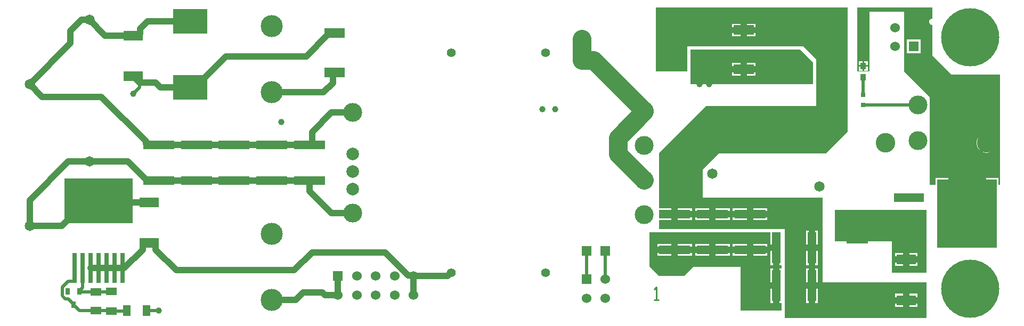
<source format=gtl>
G04*
G04 #@! TF.GenerationSoftware,Altium Limited,Altium Designer,24.3.1 (35)*
G04*
G04 Layer_Physical_Order=1*
G04 Layer_Color=255*
%FSLAX25Y25*%
%MOIN*%
G70*
G04*
G04 #@! TF.SameCoordinates,FD519535-7E5F-4FBF-A31B-089F6CA01B13*
G04*
G04*
G04 #@! TF.FilePolarity,Positive*
G04*
G01*
G75*
%ADD11C,0.00984*%
%ADD12C,0.01968*%
%ADD30R,0.03150X0.18504*%
%ADD31R,0.42520X0.27953*%
%ADD35C,0.12205*%
%ADD47R,0.19685X0.05315*%
%ADD48R,0.05315X0.19685*%
%ADD49R,0.12598X0.05984*%
%ADD50R,0.13780X0.11221*%
%ADD51R,0.12205X0.06299*%
%ADD52R,0.03543X0.03937*%
%ADD53R,0.03150X0.03150*%
%ADD54R,0.21654X0.15748*%
%ADD55R,0.07087X0.05118*%
%ADD56R,0.06693X0.04528*%
%ADD57R,0.03150X0.03937*%
%ADD58R,0.04528X0.06693*%
%ADD59R,0.18504X0.05709*%
%ADD60R,0.37402X0.42913*%
%ADD61R,0.05906X0.05906*%
%ADD62C,0.03937*%
%ADD63C,0.11811*%
%ADD64C,0.11811*%
%ADD65C,0.05512*%
%ADD66C,0.06496*%
%ADD67C,0.07874*%
%ADD68C,0.13780*%
%ADD69C,0.06000*%
%ADD70R,0.06000X0.06000*%
%ADD71C,0.08661*%
%ADD72C,0.36417*%
%ADD73C,0.03937*%
G36*
X622047Y287402D02*
X629921Y279528D01*
Y265748D01*
X553150D01*
Y287402D01*
X622047Y287402D01*
D02*
G37*
G36*
X704724Y306890D02*
X704325D01*
X703587Y306584D01*
X703022Y306019D01*
X702716Y305281D01*
Y304483D01*
X703022Y303745D01*
X703587Y303180D01*
X704325Y302874D01*
X704724D01*
Y301181D01*
Y283465D01*
X716535Y271654D01*
X746827D01*
Y202756D01*
X746063D01*
Y207087D01*
X738189D01*
Y184646D01*
X714567D01*
Y207087D01*
X706693D01*
Y202756D01*
X702756D01*
Y229012D01*
X702874Y229605D01*
Y231025D01*
X702756Y231618D01*
Y251453D01*
X702874Y252046D01*
Y253466D01*
X702756Y254059D01*
Y257874D01*
X687008Y273622D01*
Y301181D01*
Y311024D01*
X665354D01*
Y273622D01*
X657480D01*
Y313756D01*
X704724D01*
Y306890D01*
D02*
G37*
G36*
X700787Y147638D02*
X679134D01*
Y167323D01*
X643701D01*
Y187008D01*
X700787D01*
Y147638D01*
D02*
G37*
G36*
X603346Y165354D02*
X606988D01*
Y163386D01*
X608957D01*
Y152559D01*
X610236D01*
Y150591D01*
X608957D01*
Y139764D01*
Y128937D01*
X610236D01*
Y124016D01*
X584646D01*
Y151575D01*
X555118D01*
X549213Y145669D01*
X533465D01*
X527559Y151575D01*
Y153543D01*
Y173228D01*
X603346D01*
Y165354D01*
D02*
G37*
G36*
X651575Y236221D02*
X637795Y222441D01*
X570866D01*
X561024Y212598D01*
Y194882D01*
X635827D01*
Y141732D01*
X700787D01*
Y119314D01*
X612205D01*
Y175197D01*
X533465D01*
Y180709D01*
X541339D01*
Y184350D01*
Y187992D01*
X533465D01*
Y222441D01*
X562992Y251969D01*
X631890D01*
Y281496D01*
X624016Y289370D01*
X551181D01*
Y273622D01*
X531496D01*
Y313756D01*
X651575D01*
Y236221D01*
D02*
G37*
%LPC*%
G36*
X593898Y279153D02*
X588583D01*
Y277146D01*
X593898D01*
Y279153D01*
D02*
G37*
G36*
X584646D02*
X579331D01*
Y277146D01*
X584646D01*
Y279153D01*
D02*
G37*
G36*
X593898Y273209D02*
X588583D01*
Y271201D01*
X593898D01*
Y273209D01*
D02*
G37*
G36*
X584646D02*
X579331D01*
Y271201D01*
X584646D01*
Y273209D01*
D02*
G37*
G36*
X697213Y293669D02*
X688614D01*
Y285071D01*
X697213D01*
Y293669D01*
D02*
G37*
G36*
X664189Y280134D02*
X661917D01*
Y277665D01*
X664189D01*
Y280134D01*
D02*
G37*
G36*
X660917D02*
X658646D01*
Y277665D01*
X660917D01*
Y280134D01*
D02*
G37*
G36*
X664189Y276665D02*
X661917D01*
Y274197D01*
X664189D01*
Y276665D01*
D02*
G37*
G36*
X660917D02*
X658646D01*
Y274197D01*
X660917D01*
Y276665D01*
D02*
G37*
G36*
X739066Y235138D02*
X737863D01*
X736685Y234903D01*
X735574Y234443D01*
X734575Y233775D01*
X733724Y232926D01*
X733057Y231926D01*
X732597Y230815D01*
X732362Y229637D01*
Y228434D01*
X732597Y227255D01*
X733057Y226145D01*
X733724Y225145D01*
X734575Y224295D01*
X735574Y223628D01*
X736685Y223168D01*
X737863Y222933D01*
X739066D01*
X740244Y223168D01*
X741355Y223628D01*
X742355Y224295D01*
X743205Y225145D01*
X743872Y226145D01*
X744332Y227255D01*
X744567Y228434D01*
Y229637D01*
X744332Y230815D01*
X743872Y231926D01*
X743205Y232926D01*
X742355Y233775D01*
X741355Y234443D01*
X740244Y234903D01*
X739066Y235138D01*
D02*
G37*
G36*
X695276Y160236D02*
X690158D01*
Y158071D01*
X695276D01*
Y160236D01*
D02*
G37*
G36*
X686221D02*
X681102D01*
Y158071D01*
X686221D01*
Y160236D01*
D02*
G37*
G36*
X695276Y154134D02*
X690158D01*
Y151969D01*
X695276D01*
Y154134D01*
D02*
G37*
G36*
X686221D02*
X681102D01*
Y151969D01*
X686221D01*
Y154134D01*
D02*
G37*
G36*
X577756Y165748D02*
X568898D01*
Y164075D01*
X577756D01*
Y165748D01*
D02*
G37*
G36*
X564961D02*
X556102D01*
Y164075D01*
X564961D01*
Y165748D01*
D02*
G37*
G36*
X554134Y165748D02*
X545276D01*
Y164075D01*
X554134D01*
Y165748D01*
D02*
G37*
G36*
X541339D02*
X532480D01*
Y164075D01*
X541339D01*
Y165748D01*
D02*
G37*
G36*
X601378D02*
X592520D01*
Y164075D01*
X601378D01*
Y165748D01*
D02*
G37*
G36*
X588583D02*
X579724D01*
Y164075D01*
X588583D01*
Y165748D01*
D02*
G37*
G36*
X577756Y160138D02*
X568898D01*
Y158465D01*
X577756D01*
Y160138D01*
D02*
G37*
G36*
X564961D02*
X556102D01*
Y158465D01*
X564961D01*
Y160138D01*
D02*
G37*
G36*
X601378Y160138D02*
X592520D01*
Y158465D01*
X601378D01*
Y160138D01*
D02*
G37*
G36*
X588583D02*
X579724D01*
Y158465D01*
X588583D01*
Y160138D01*
D02*
G37*
G36*
X554134Y160138D02*
X545276D01*
Y158465D01*
X554134D01*
Y160138D01*
D02*
G37*
G36*
X541339D02*
X532480D01*
Y158465D01*
X541339D01*
Y160138D01*
D02*
G37*
G36*
X605020Y161417D02*
X603346D01*
Y152559D01*
X605020D01*
Y161417D01*
D02*
G37*
G36*
Y150591D02*
X603346D01*
Y141732D01*
X605020D01*
Y150591D01*
D02*
G37*
G36*
Y137795D02*
X603346D01*
Y128937D01*
X605020D01*
Y137795D01*
D02*
G37*
G36*
X593898Y303602D02*
X588583D01*
Y301594D01*
X593898D01*
Y303602D01*
D02*
G37*
G36*
X584646D02*
X579331D01*
Y301594D01*
X584646D01*
Y303602D01*
D02*
G37*
G36*
X593898Y297657D02*
X588583D01*
Y295650D01*
X593898D01*
Y297657D01*
D02*
G37*
G36*
X584646D02*
X579331D01*
Y295650D01*
X584646D01*
Y297657D01*
D02*
G37*
G36*
X577756Y187992D02*
X568898D01*
Y186319D01*
X577756D01*
Y187992D01*
D02*
G37*
G36*
X564961D02*
X556102D01*
Y186319D01*
X564961D01*
Y187992D01*
D02*
G37*
G36*
X554134Y187992D02*
X545276D01*
Y186319D01*
X554134D01*
Y187992D01*
D02*
G37*
G36*
X601378D02*
X592520D01*
Y186319D01*
X601378D01*
Y187992D01*
D02*
G37*
G36*
X588583D02*
X579724D01*
Y186319D01*
X588583D01*
Y187992D01*
D02*
G37*
G36*
X577756Y182382D02*
X568898D01*
Y180709D01*
X577756D01*
Y182382D01*
D02*
G37*
G36*
X564961D02*
X556102D01*
Y180709D01*
X564961D01*
Y182382D01*
D02*
G37*
G36*
X601378Y182382D02*
X592520D01*
Y180709D01*
X601378D01*
Y182382D01*
D02*
G37*
G36*
X588583D02*
X579724D01*
Y180709D01*
X588583D01*
Y182382D01*
D02*
G37*
G36*
X554134Y182382D02*
X545276D01*
Y180709D01*
X554134D01*
Y182382D01*
D02*
G37*
G36*
X632874Y174213D02*
X631201D01*
Y165354D01*
X632874D01*
Y174213D01*
D02*
G37*
G36*
X627264D02*
X625591D01*
Y165354D01*
X627264D01*
Y174213D01*
D02*
G37*
G36*
X632874Y161417D02*
X631201D01*
Y152559D01*
X632874D01*
Y161417D01*
D02*
G37*
G36*
X627264D02*
X625591D01*
Y152559D01*
X627264D01*
Y161417D01*
D02*
G37*
G36*
X632874Y150591D02*
X631201D01*
Y141732D01*
X632874D01*
Y150591D01*
D02*
G37*
G36*
X627264D02*
X625591D01*
Y141732D01*
X627264D01*
Y150591D01*
D02*
G37*
G36*
X695276Y134646D02*
X690158D01*
Y132480D01*
X695276D01*
Y134646D01*
D02*
G37*
G36*
X686221D02*
X681102D01*
Y132480D01*
X686221D01*
Y134646D01*
D02*
G37*
G36*
X632874Y137795D02*
X631201D01*
Y128937D01*
X632874D01*
Y137795D01*
D02*
G37*
G36*
X627264D02*
X625591D01*
Y128937D01*
X627264D01*
Y137795D01*
D02*
G37*
G36*
X695276Y128543D02*
X690158D01*
Y126378D01*
X695276D01*
Y128543D01*
D02*
G37*
G36*
X686221D02*
X681102D01*
Y126378D01*
X686221D01*
Y128543D01*
D02*
G37*
%LPD*%
D11*
X530512Y130905D02*
X533136D01*
X531824D01*
Y138777D01*
X530512Y137465D01*
D12*
X661417Y252756D02*
X695669D01*
X661417Y259055D02*
Y270079D01*
X500000Y143701D02*
Y161417D01*
X488189Y143701D02*
Y161417D01*
X167480Y142520D02*
X168071Y143110D01*
X160236Y133321D02*
Y138726D01*
X181348Y123967D02*
X190699D01*
X181102Y124213D02*
X181348Y123967D01*
X164030Y142520D02*
X167480D01*
X163948Y131524D02*
X167323Y128150D01*
X168071Y143110D02*
Y150787D01*
X160236Y138726D02*
X164030Y142520D01*
X167323Y127756D02*
Y128150D01*
X200197Y123721D02*
X200492Y124016D01*
X190699Y123967D02*
X190945Y123721D01*
X168307Y126772D02*
X170866Y124213D01*
X181102D01*
X160236Y133321D02*
X162033Y131524D01*
X190945Y123721D02*
X200197D01*
X162033Y131524D02*
X163948D01*
X204724Y259842D02*
X208661Y263779D01*
Y266732D01*
X180905Y135827D02*
X181102Y136024D01*
X171260Y135827D02*
X180905D01*
X171063Y136024D02*
X171260Y135827D01*
X171918Y137429D02*
X173071Y138583D01*
X181102Y136024D02*
X181250Y135876D01*
X190699D01*
X173071Y138583D02*
Y150787D01*
X171918Y137008D02*
Y137429D01*
X190699Y135876D02*
X190945Y136122D01*
X212894Y124016D02*
X220472D01*
D30*
X168071Y150787D02*
D03*
X173071D02*
D03*
X178071D02*
D03*
X183071D02*
D03*
X188071D02*
D03*
X193071D02*
D03*
X198071D02*
D03*
D31*
X183071Y192913D02*
D03*
D35*
X738465Y229035D02*
D03*
X675315D02*
D03*
D47*
X543307Y162106D02*
D03*
Y184350D02*
D03*
X566929Y184350D02*
D03*
Y162106D02*
D03*
X590551Y184350D02*
D03*
Y162106D02*
D03*
X314961Y205413D02*
D03*
Y227658D02*
D03*
X291339Y205413D02*
D03*
Y227658D02*
D03*
X267717Y205413D02*
D03*
Y227658D02*
D03*
X244094Y205413D02*
D03*
Y227658D02*
D03*
X220472Y205413D02*
D03*
Y227658D02*
D03*
D48*
X629232Y163386D02*
D03*
X606988D02*
D03*
X629232Y139764D02*
D03*
X606988D02*
D03*
D49*
X586614Y299626D02*
D03*
Y275177D02*
D03*
X330709Y297657D02*
D03*
Y273209D02*
D03*
D50*
X657480Y136024D02*
D03*
Y171850D02*
D03*
D51*
X688189Y130512D02*
D03*
Y156102D02*
D03*
X204724Y270669D02*
D03*
Y296260D02*
D03*
X214567Y191929D02*
D03*
Y166339D02*
D03*
D52*
X661417Y277165D02*
D03*
Y270079D02*
D03*
D53*
Y252756D02*
D03*
Y259055D02*
D03*
D54*
X240158Y305118D02*
D03*
Y263779D02*
D03*
D55*
X181102Y135630D02*
D03*
Y124213D02*
D03*
D56*
X190945Y136122D02*
D03*
Y123721D02*
D03*
D57*
X171063Y136024D02*
D03*
X163583D02*
D03*
X167323Y127756D02*
D03*
D58*
X200492Y124016D02*
D03*
X212894D02*
D03*
D59*
X689961Y194646D02*
D03*
Y174646D02*
D03*
D60*
X726378Y184646D02*
D03*
D61*
X488189Y161417D02*
D03*
X500000D02*
D03*
D62*
X165354Y291339D02*
Y299213D01*
X172169Y306028D01*
X177091D02*
X177165Y306102D01*
X172169Y306028D02*
X177091D01*
X139764Y265748D02*
X165354Y291339D01*
X240158Y263779D02*
X243110D01*
X221457D02*
X240158D01*
X208661Y266732D02*
X218504D01*
X204724Y270669D02*
X208661Y266732D01*
X218504D02*
X221457Y263779D01*
X198071Y150787D02*
X199016D01*
X193071D02*
X198071D01*
X188071D02*
X193071D01*
X183071D02*
X188071D01*
X178071D02*
X183071D01*
X210433Y165157D02*
X211614Y166339D01*
X214567D01*
X199016Y150787D02*
X210433Y162205D01*
Y165157D01*
X291339Y205413D02*
X314961D01*
X267717D02*
X291339D01*
X244094D02*
X267717D01*
X220472D02*
X244094D01*
X177165Y217520D02*
X201181D01*
X164089D02*
X177165D01*
X219783Y206102D02*
X220472Y205413D01*
X139764Y193194D02*
X164089Y217520D01*
X201181D02*
X212598Y206102D01*
X219783D01*
X139764Y177165D02*
X160039D01*
X139764D02*
Y193194D01*
X160039Y177165D02*
X175787Y192913D01*
X183071D01*
X184055Y191929D01*
X214567D01*
X147638Y257874D02*
X184702D01*
X212598Y229977D01*
X139764Y265748D02*
X147638Y257874D01*
X212598Y228346D02*
X213287Y227658D01*
X220472D01*
X212598Y228346D02*
Y229977D01*
X314961Y227658D02*
X315902D01*
X291339D02*
X314961D01*
X316591Y228346D02*
Y235883D01*
X328740Y248031D01*
X341772D01*
X315902Y227658D02*
X316591Y228346D01*
X328740Y185039D02*
X341772D01*
X314961Y198819D02*
X328740Y185039D01*
X314961Y198819D02*
Y205413D01*
X267717Y227658D02*
X291339D01*
X244094D02*
X267717D01*
X220472D02*
X244094D01*
X187008Y296260D02*
X204724D01*
X177165Y306102D02*
X187008Y296260D01*
X208858Y300394D02*
X213583Y305118D01*
X208858Y297441D02*
Y300394D01*
X207677Y296260D02*
X208858Y297441D01*
X204724Y296260D02*
X207677D01*
X213583Y305118D02*
X240158D01*
X330633Y273209D02*
X330709D01*
X329609Y272185D02*
X330633Y273209D01*
X329609Y266617D02*
Y272185D01*
X291339Y260669D02*
X323661D01*
X329609Y266617D01*
X262490Y283159D02*
X312903D01*
X329685Y296634D02*
X330709Y297657D01*
X312903Y283159D02*
X326378Y296634D01*
X243110Y263779D02*
X262490Y283159D01*
X326378Y296634D02*
X329685D01*
X403117Y147638D02*
X403543D01*
X379921Y145669D02*
X401149D01*
X403117Y147638D01*
X379921Y133858D02*
Y145669D01*
X305398Y149449D02*
X316429Y160480D01*
X362163D01*
X376579Y146064D01*
X231457Y149449D02*
X305398D01*
X218701Y162205D02*
X231457Y149449D01*
X217520Y166339D02*
X218701Y165157D01*
X376579Y146064D02*
X379526D01*
X218701Y162205D02*
Y165157D01*
X379526Y146064D02*
X379921Y145669D01*
X214567Y166339D02*
X217520D01*
X323051Y135433D02*
X324626Y133858D01*
X332677D01*
X291339Y130748D02*
X306184D01*
X310869Y135433D02*
X323051D01*
X306184Y130748D02*
X310869Y135433D01*
X332677Y133858D02*
Y145669D01*
D63*
X485295Y280709D02*
Y294094D01*
Y280709D02*
X492677D01*
X524370Y249016D01*
Y248780D02*
Y249016D01*
X507874Y232283D02*
X524370Y248780D01*
X507874Y222205D02*
Y232283D01*
Y222205D02*
X524370Y205709D01*
D64*
X695669Y252756D02*
D03*
X718110D02*
D03*
X695669Y230315D02*
D03*
X718110D02*
D03*
X341772Y248031D02*
D03*
Y185039D02*
D03*
X524370Y249016D02*
D03*
Y227362D02*
D03*
Y205709D02*
D03*
Y184055D02*
D03*
D65*
X639764Y283465D02*
D03*
X620079D02*
D03*
X564567Y302165D02*
D03*
X561417Y272638D02*
D03*
X403543Y285433D02*
D03*
X462598D02*
D03*
X403543Y147638D02*
D03*
X462598D02*
D03*
D66*
X633858Y201772D02*
D03*
Y231299D02*
D03*
X566929Y209646D02*
D03*
Y239173D02*
D03*
X139764Y177165D02*
D03*
Y265748D02*
D03*
X177165Y217520D02*
D03*
Y306102D02*
D03*
D67*
X341772Y221969D02*
D03*
Y211102D02*
D03*
Y200276D02*
D03*
D68*
X291339Y172047D02*
D03*
Y301969D02*
D03*
Y260669D02*
D03*
Y130748D02*
D03*
D69*
X344488Y133858D02*
D03*
X356299D02*
D03*
X368110D02*
D03*
X332677D02*
D03*
X368110Y145669D02*
D03*
X356299D02*
D03*
X344488D02*
D03*
X379921D02*
D03*
Y133858D02*
D03*
X681102Y289370D02*
D03*
X692913Y301181D02*
D03*
X681102D02*
D03*
X500000Y143701D02*
D03*
X488189Y131890D02*
D03*
X500000D02*
D03*
D70*
X332677Y145669D02*
D03*
X692913Y289370D02*
D03*
X488189Y143701D02*
D03*
D71*
X538327Y280709D02*
D03*
Y294094D02*
D03*
X485295Y280709D02*
D03*
Y294094D02*
D03*
D72*
X728346Y295276D02*
D03*
Y137795D02*
D03*
D73*
X559055Y265748D02*
D03*
X564961D02*
D03*
X618110Y269685D02*
D03*
X624016D02*
D03*
X590551Y133858D02*
D03*
Y141732D02*
D03*
X545276Y149606D02*
D03*
X537402D02*
D03*
X596457Y133858D02*
D03*
Y141732D02*
D03*
X537402Y155512D02*
D03*
X545276D02*
D03*
X204724Y259842D02*
D03*
X220472Y124016D02*
D03*
X297244Y242126D02*
D03*
X468504Y250000D02*
D03*
X460630D02*
D03*
M02*

</source>
